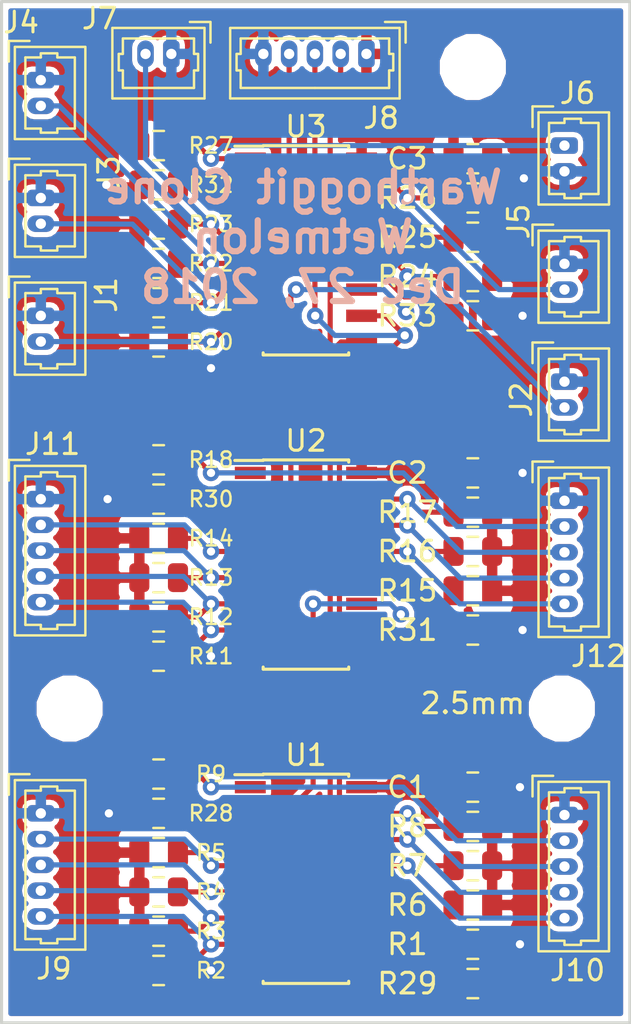
<source format=kicad_pcb>
(kicad_pcb (version 20171130) (host pcbnew "(5.0.2)-1")
  (layers (0 F.Cu signal) (31 B.Cu signal) (34 B.Paste user) (35 F.Paste user) (36 B.SilkS user) (37 F.SilkS user) (38 B.Mask user) (39 F.Mask user) (44 Edge.Cuts user))
  (net 0 "")
  (net 1 +5V)
  (net 2 GND)
  (net 3 /IN_17)
  (net 4 /IN_18)
  (net 5 /IN_19)
  (net 6 /IN_20)
  (net 7 /IN_21)
  (net 8 /IN_23)
  (net 9 /IN_24)
  (net 10 /SPI_MISO)
  (net 11 /SPI_CLK)
  (net 12 /SPI_CS)
  (net 13 /IN_1)
  (net 14 /IN_2)
  (net 15 /IN_3)
  (net 16 /IN_4)
  (net 17 /IN_8)
  (net 18 /IN_7)
  (net 19 /IN_6)
  (net 20 /IN_5)
  (net 21 /IN_9)
  (net 22 /IN_10)
  (net 23 /IN_11)
  (net 24 /IN_12)
  (net 25 /IN_16)
  (net 26 /IN_15)
  (net 27 /IN_14)
  (net 28 /IN_13)
  (net 29 /SER_1)
  (net 30 /SER_2)
  (net 31 /SER_3)
  (net 32 /IN_22)
  (net 33 "Net-(R28-Pad2)")
  (net 34 "Net-(R29-Pad2)")
  (net 35 "Net-(R30-Pad2)")
  (net 36 "Net-(R31-Pad2)")
  (net 37 "Net-(R32-Pad2)")
  (net 38 "Net-(R33-Pad2)")
  (module Wetmelon:Molex_PicoBlade_53047-0510_1x05_P1.25mm_Vertical (layer F.Cu) (at 102.235 58.42 270)
    (fp_text reference J11 (at -2.667 -0.5715) (layer F.SilkS))
    (fp_text value TMS)
    (pad 1 thru_hole roundrect (at 0 0 270) (size 0.8 1.3) (drill 0.5) (layers *.Cu *.Mask) (net 2 GND))
    (pad 2 thru_hole oval (at 1.25 0 270) (size 0.8 1.3) (drill 0.5) (layers *.Cu *.Mask) (net 24 /IN_12))
    (pad 3 thru_hole oval (at 2.5 0 270) (size 0.8 1.3) (drill 0.5) (layers *.Cu *.Mask) (net 23 /IN_11))
    (pad 4 thru_hole oval (at 3.75 0 270) (size 0.8 1.3) (drill 0.5) (layers *.Cu *.Mask) (net 22 /IN_10))
    (pad 5 thru_hole oval (at 5 0 270) (size 0.8 1.3) (drill 0.5) (layers *.Cu *.Mask) (net 21 /IN_9))
  )
  (module Wetmelon:Molex_PicoBlade_53047-0510_1x05_P1.25mm_Vertical (layer F.Cu) (at 127.635 58.5 270)
    (fp_text reference J12 (at 7.54 -1.651) (layer F.SilkS))
    (fp_text value HAT)
    (pad 1 thru_hole roundrect (at 0 0 270) (size 0.8 1.3) (drill 0.5) (layers *.Cu *.Mask) (net 2 GND))
    (pad 2 thru_hole oval (at 1.25 0 270) (size 0.8 1.3) (drill 0.5) (layers *.Cu *.Mask) (net 25 /IN_16))
    (pad 3 thru_hole oval (at 2.5 0 270) (size 0.8 1.3) (drill 0.5) (layers *.Cu *.Mask) (net 26 /IN_15))
    (pad 4 thru_hole oval (at 3.75 0 270) (size 0.8 1.3) (drill 0.5) (layers *.Cu *.Mask) (net 27 /IN_14))
    (pad 5 thru_hole oval (at 5 0 270) (size 0.8 1.3) (drill 0.5) (layers *.Cu *.Mask) (net 28 /IN_13))
  )
  (module Wetmelon:Molex_PicoBlade_53047-0510_1x05_P1.25mm_Vertical (layer F.Cu) (at 118.03 36.83 180)
    (fp_text reference J8 (at -0.715 -3.1115) (layer F.SilkS))
    (fp_text value BASE)
    (pad 1 thru_hole roundrect (at 0 0 180) (size 0.8 1.3) (drill 0.5) (layers *.Cu *.Mask) (net 1 +5V))
    (pad 2 thru_hole oval (at 1.25 0 180) (size 0.8 1.3) (drill 0.5) (layers *.Cu *.Mask) (net 12 /SPI_CS))
    (pad 3 thru_hole oval (at 2.5 0 180) (size 0.8 1.3) (drill 0.5) (layers *.Cu *.Mask) (net 11 /SPI_CLK))
    (pad 4 thru_hole oval (at 3.75 0 180) (size 0.8 1.3) (drill 0.5) (layers *.Cu *.Mask) (net 10 /SPI_MISO))
    (pad 5 thru_hole oval (at 5 0 180) (size 0.8 1.3) (drill 0.5) (layers *.Cu *.Mask) (net 2 GND))
  )
  (module Wetmelon:Molex_PicoBlade_53047-0510_1x05_P1.25mm_Vertical (layer F.Cu) (at 102.235 73.66 270)
    (fp_text reference J9 (at 7.54 -0.635) (layer F.SilkS))
    (fp_text value CMS)
    (pad 1 thru_hole roundrect (at 0 0 270) (size 0.8 1.3) (drill 0.5) (layers *.Cu *.Mask) (net 2 GND))
    (pad 2 thru_hole oval (at 1.25 0 270) (size 0.8 1.3) (drill 0.5) (layers *.Cu *.Mask) (net 16 /IN_4))
    (pad 3 thru_hole oval (at 2.5 0 270) (size 0.8 1.3) (drill 0.5) (layers *.Cu *.Mask) (net 15 /IN_3))
    (pad 4 thru_hole oval (at 3.75 0 270) (size 0.8 1.3) (drill 0.5) (layers *.Cu *.Mask) (net 14 /IN_2))
    (pad 5 thru_hole oval (at 5 0 270) (size 0.8 1.3) (drill 0.5) (layers *.Cu *.Mask) (net 13 /IN_1))
  )
  (module Wetmelon:Molex_PicoBlade_53047-0510_1x05_P1.25mm_Vertical (layer F.Cu) (at 127.635 73.74 270)
    (fp_text reference J10 (at 7.54 -0.635) (layer F.SilkS))
    (fp_text value DMS)
    (pad 1 thru_hole roundrect (at 0 0 270) (size 0.8 1.3) (drill 0.5) (layers *.Cu *.Mask) (net 2 GND))
    (pad 2 thru_hole oval (at 1.25 0 270) (size 0.8 1.3) (drill 0.5) (layers *.Cu *.Mask) (net 17 /IN_8))
    (pad 3 thru_hole oval (at 2.5 0 270) (size 0.8 1.3) (drill 0.5) (layers *.Cu *.Mask) (net 18 /IN_7))
    (pad 4 thru_hole oval (at 3.75 0 270) (size 0.8 1.3) (drill 0.5) (layers *.Cu *.Mask) (net 19 /IN_6))
    (pad 5 thru_hole oval (at 5 0 270) (size 0.8 1.3) (drill 0.5) (layers *.Cu *.Mask) (net 20 /IN_5))
  )
  (module Wetmelon:Molex_PicoBlade_53047-0210_1x02_P1.25mm_Vertical (layer F.Cu) (at 127.635 52.725 270)
    (fp_text reference J2 (at 0.869 2.0955 270) (layer F.SilkS))
    (fp_text value WEAPON_RELEASE)
    (pad 1 thru_hole roundrect (at 0 0 270) (size 0.8 1.3) (drill 0.5) (layers *.Cu *.Mask) (net 2 GND))
    (pad 2 thru_hole oval (at 1.25 0 270) (size 0.8 1.3) (drill 0.5) (layers *.Cu *.Mask) (net 7 /IN_21))
  )
  (module Wetmelon:Molex_PicoBlade_53047-0210_1x02_P1.25mm_Vertical (layer F.Cu) (at 102.235 49.53 270)
    (fp_text reference J1 (at -1.016 -3.175 270) (layer F.SilkS))
    (fp_text value TRIGGER_2)
    (pad 1 thru_hole roundrect (at 0 0 270) (size 0.8 1.3) (drill 0.5) (layers *.Cu *.Mask) (net 2 GND))
    (pad 2 thru_hole oval (at 1.25 0 270) (size 0.8 1.3) (drill 0.5) (layers *.Cu *.Mask) (net 3 /IN_17))
  )
  (module Wetmelon:Molex_PicoBlade_53047-0210_1x02_P1.25mm_Vertical (layer F.Cu) (at 102.235 43.815 270)
    (fp_text reference J3 (at -1.2065 -3.302 270) (layer F.SilkS))
    (fp_text value TOP_RIGHT_SIDE)
    (pad 1 thru_hole roundrect (at 0 0 270) (size 0.8 1.3) (drill 0.5) (layers *.Cu *.Mask) (net 2 GND))
    (pad 2 thru_hole oval (at 1.25 0 270) (size 0.8 1.3) (drill 0.5) (layers *.Cu *.Mask) (net 4 /IN_18))
  )
  (module Wetmelon:Molex_PicoBlade_53047-0210_1x02_P1.25mm_Vertical (layer F.Cu) (at 127.635 47.01 270)
    (fp_text reference J5 (at -2.052 2.2225 270) (layer F.SilkS))
    (fp_text value CMS_DOWN)
    (pad 1 thru_hole roundrect (at 0 0 270) (size 0.8 1.3) (drill 0.5) (layers *.Cu *.Mask) (net 2 GND))
    (pad 2 thru_hole oval (at 1.25 0 270) (size 0.8 1.3) (drill 0.5) (layers *.Cu *.Mask) (net 8 /IN_23))
  )
  (module Wetmelon:Molex_PicoBlade_53047-0210_1x02_P1.25mm_Vertical (layer F.Cu) (at 127.635 41.275 270)
    (fp_text reference J6 (at -2.54 -0.635) (layer F.SilkS))
    (fp_text value TRIGGER_1)
    (pad 1 thru_hole roundrect (at 0 0 270) (size 0.8 1.3) (drill 0.5) (layers *.Cu *.Mask) (net 9 /IN_24))
    (pad 2 thru_hole oval (at 1.25 0 270) (size 0.8 1.3) (drill 0.5) (layers *.Cu *.Mask) (net 2 GND))
  )
  (module Wetmelon:Molex_PicoBlade_53047-0210_1x02_P1.25mm_Vertical (layer F.Cu) (at 102.235 38.1 270)
    (fp_text reference J4 (at -2.794 0.9525) (layer F.SilkS))
    (fp_text value PINKY_LEVER)
    (pad 1 thru_hole roundrect (at 0 0 270) (size 0.8 1.3) (drill 0.5) (layers *.Cu *.Mask) (net 2 GND))
    (pad 2 thru_hole oval (at 1.25 0 270) (size 0.8 1.3) (drill 0.5) (layers *.Cu *.Mask) (net 5 /IN_19))
  )
  (module Wetmelon:Molex_PicoBlade_53047-0210_1x02_P1.25mm_Vertical (layer F.Cu) (at 108.565 36.83 180)
    (fp_text reference J7 (at 3.4725 1.7145 180) (layer F.SilkS))
    (fp_text value PINKY_BUTTON)
    (pad 1 thru_hole roundrect (at 0 0 180) (size 0.8 1.3) (drill 0.5) (layers *.Cu *.Mask) (net 2 GND))
    (pad 2 thru_hole oval (at 1.25 0 180) (size 0.8 1.3) (drill 0.5) (layers *.Cu *.Mask) (net 6 /IN_20))
  )
  (module MountingHole:MountingHole_2.7mm_M2.5 (layer F.Cu) (at 127.508 68.58)
    (fp_text reference H3 hide)
    (fp_text value MountingHole)
    (pad 1 np_thru_hole circle (at 0 0) (size 2.7 2.7) (drill 2.7) (layers *.Cu *.Mask))
  )
  (module MountingHole:MountingHole_2.7mm_M2.5 (layer F.Cu) (at 103.632 68.58)
    (fp_text reference H2 hide)
    (fp_text value MountingHole hide)
    (pad 1 np_thru_hole circle (at 0 0) (size 2.7 2.7) (drill 2.7) (layers *.Cu *.Mask))
  )
  (module MountingHole:MountingHole_2.7mm_M2.5 (layer F.Cu) (at 123.19 37.465)
    (fp_text reference H1 hide)
    (fp_text value MountingHole)
    (pad 1 np_thru_hole circle (at 0 0) (size 2.7 2.7) (drill 2.7) (layers *.Cu *.Mask))
  )
  (module Capacitor_SMD:C_0805_2012Metric (layer F.Cu) (at 123.19 72.39)
    (fp_text reference C1 (at -3.175 0) (layer F.SilkS))
    (fp_text value 100nF)
    (pad 1 smd roundrect (at -0.9375 0) (size 0.975 1.4) (layers F.Cu F.Paste F.Mask) (net 1 +5V))
    (pad 2 smd roundrect (at 0.9375 0) (size 0.975 1.4) (layers F.Cu F.Paste F.Mask) (net 2 GND))
  )
  (module Capacitor_SMD:C_0805_2012Metric (layer F.Cu) (at 123.19 57.15)
    (fp_text reference C2 (at -3.175 0) (layer F.SilkS))
    (fp_text value 100nF)
    (pad 1 smd roundrect (at -0.9375 0) (size 0.975 1.4) (layers F.Cu F.Paste F.Mask) (net 1 +5V))
    (pad 2 smd roundrect (at 0.9375 0) (size 0.975 1.4) (layers F.Cu F.Paste F.Mask) (net 2 GND))
  )
  (module Capacitor_SMD:C_0805_2012Metric (layer F.Cu) (at 123.19 41.91)
    (fp_text reference C3 (at -3.175 0) (layer F.SilkS))
    (fp_text value 100nF)
    (pad 2 smd roundrect (at 0.9375 0) (size 0.975 1.4) (layers F.Cu F.Paste F.Mask) (net 2 GND))
    (pad 1 smd roundrect (at -0.9375 0) (size 0.975 1.4) (layers F.Cu F.Paste F.Mask) (net 1 +5V))
  )
  (module Resistor_SMD:R_0805_2012Metric (layer F.Cu) (at 123.19 81.915)
    (fp_text reference R1 (at -3.175 -1.905) (layer F.SilkS))
    (fp_text value 10k)
    (pad 1 smd roundrect (at -0.9375 0) (size 0.975 1.4) (layers F.Cu F.Paste F.Mask) (net 29 /SER_1))
    (pad 2 smd roundrect (at 0.9375 0) (size 0.975 1.4) (layers F.Cu F.Paste F.Mask) (net 1 +5V))
  )
  (module Resistor_SMD:R_0805_2012Metric (layer F.Cu) (at 107.95 81.28 180)
    (fp_text reference R2 (at -2.54 0 180) (layer F.SilkS) (effects (font (size 0.75 0.75) (thickness 0.12))))
    (fp_text value 10k)
    (pad 1 smd roundrect (at -0.9375 0 180) (size 0.975 1.4) (layers F.Cu F.Paste F.Mask) (net 13 /IN_1))
    (pad 2 smd roundrect (at 0.9375 0 180) (size 0.975 1.4) (layers F.Cu F.Paste F.Mask) (net 1 +5V))
  )
  (module Resistor_SMD:R_0805_2012Metric (layer F.Cu) (at 107.95 79.375 180)
    (fp_text reference R3 (at -2.54 0 180) (layer F.SilkS) (effects (font (size 0.75 0.75) (thickness 0.12))))
    (fp_text value 10k)
    (pad 2 smd roundrect (at 0.9375 0 180) (size 0.975 1.4) (layers F.Cu F.Paste F.Mask) (net 1 +5V))
    (pad 1 smd roundrect (at -0.9375 0 180) (size 0.975 1.4) (layers F.Cu F.Paste F.Mask) (net 14 /IN_2))
  )
  (module Resistor_SMD:R_0805_2012Metric (layer F.Cu) (at 107.95 77.47 180)
    (fp_text reference R4 (at -2.54 0 180) (layer F.SilkS) (effects (font (size 0.75 0.75) (thickness 0.12))))
    (fp_text value 10k)
    (pad 1 smd roundrect (at -0.9375 0 180) (size 0.975 1.4) (layers F.Cu F.Paste F.Mask) (net 15 /IN_3))
    (pad 2 smd roundrect (at 0.9375 0 180) (size 0.975 1.4) (layers F.Cu F.Paste F.Mask) (net 1 +5V))
  )
  (module Resistor_SMD:R_0805_2012Metric (layer F.Cu) (at 107.95 75.565 180)
    (fp_text reference R5 (at -2.54 0 180) (layer F.SilkS) (effects (font (size 0.75 0.75) (thickness 0.12))))
    (fp_text value 10k)
    (pad 2 smd roundrect (at 0.9375 0 180) (size 0.975 1.4) (layers F.Cu F.Paste F.Mask) (net 1 +5V))
    (pad 1 smd roundrect (at -0.9375 0 180) (size 0.975 1.4) (layers F.Cu F.Paste F.Mask) (net 16 /IN_4))
  )
  (module Resistor_SMD:R_0805_2012Metric (layer F.Cu) (at 123.19 78.105)
    (fp_text reference R6 (at -3.175 0) (layer F.SilkS))
    (fp_text value 10k)
    (pad 1 smd roundrect (at -0.9375 0) (size 0.975 1.4) (layers F.Cu F.Paste F.Mask) (net 20 /IN_5))
    (pad 2 smd roundrect (at 0.9375 0) (size 0.975 1.4) (layers F.Cu F.Paste F.Mask) (net 1 +5V))
  )
  (module Resistor_SMD:R_0805_2012Metric (layer F.Cu) (at 123.19 76.2)
    (fp_text reference R7 (at -3.175 0) (layer F.SilkS))
    (fp_text value 10k)
    (pad 2 smd roundrect (at 0.9375 0) (size 0.975 1.4) (layers F.Cu F.Paste F.Mask) (net 1 +5V))
    (pad 1 smd roundrect (at -0.9375 0) (size 0.975 1.4) (layers F.Cu F.Paste F.Mask) (net 19 /IN_6))
  )
  (module Resistor_SMD:R_0805_2012Metric (layer F.Cu) (at 123.19 74.295)
    (fp_text reference R8 (at -3.175 0) (layer F.SilkS))
    (fp_text value 10k)
    (pad 1 smd roundrect (at -0.9375 0) (size 0.975 1.4) (layers F.Cu F.Paste F.Mask) (net 18 /IN_7))
    (pad 2 smd roundrect (at 0.9375 0) (size 0.975 1.4) (layers F.Cu F.Paste F.Mask) (net 1 +5V))
  )
  (module Resistor_SMD:R_0805_2012Metric (layer F.Cu) (at 107.95 71.755 180)
    (fp_text reference R9 (at -2.54 0 180) (layer F.SilkS) (effects (font (size 0.75 0.75) (thickness 0.12))))
    (fp_text value 10k)
    (pad 2 smd roundrect (at 0.9375 0 180) (size 0.975 1.4) (layers F.Cu F.Paste F.Mask) (net 1 +5V))
    (pad 1 smd roundrect (at -0.9375 0 180) (size 0.975 1.4) (layers F.Cu F.Paste F.Mask) (net 17 /IN_8))
  )
  (module Resistor_SMD:R_0805_2012Metric (layer F.Cu) (at 107.95 66.04 180)
    (fp_text reference R11 (at -2.54 0 180) (layer F.SilkS) (effects (font (size 0.75 0.75) (thickness 0.12))))
    (fp_text value 10k)
    (pad 2 smd roundrect (at 0.9375 0 180) (size 0.975 1.4) (layers F.Cu F.Paste F.Mask) (net 1 +5V))
    (pad 1 smd roundrect (at -0.9375 0 180) (size 0.975 1.4) (layers F.Cu F.Paste F.Mask) (net 21 /IN_9))
  )
  (module Resistor_SMD:R_0805_2012Metric (layer F.Cu) (at 107.95 64.135 180)
    (fp_text reference R12 (at -2.54 0 180) (layer F.SilkS) (effects (font (size 0.75 0.75) (thickness 0.12))))
    (fp_text value 10k)
    (pad 1 smd roundrect (at -0.9375 0 180) (size 0.975 1.4) (layers F.Cu F.Paste F.Mask) (net 22 /IN_10))
    (pad 2 smd roundrect (at 0.9375 0 180) (size 0.975 1.4) (layers F.Cu F.Paste F.Mask) (net 1 +5V))
  )
  (module Resistor_SMD:R_0805_2012Metric (layer F.Cu) (at 107.95 62.23 180)
    (fp_text reference R13 (at -2.54 0 180) (layer F.SilkS) (effects (font (size 0.75 0.75) (thickness 0.12))))
    (fp_text value 10k)
    (pad 2 smd roundrect (at 0.9375 0 180) (size 0.975 1.4) (layers F.Cu F.Paste F.Mask) (net 1 +5V))
    (pad 1 smd roundrect (at -0.9375 0 180) (size 0.975 1.4) (layers F.Cu F.Paste F.Mask) (net 23 /IN_11))
  )
  (module Resistor_SMD:R_0805_2012Metric (layer F.Cu) (at 107.95 60.325 180)
    (fp_text reference R14 (at -2.54 0 180) (layer F.SilkS) (effects (font (size 0.75 0.75) (thickness 0.12))))
    (fp_text value 10k)
    (pad 2 smd roundrect (at 0.9375 0 180) (size 0.975 1.4) (layers F.Cu F.Paste F.Mask) (net 1 +5V))
    (pad 1 smd roundrect (at -0.9375 0 180) (size 0.975 1.4) (layers F.Cu F.Paste F.Mask) (net 24 /IN_12))
  )
  (module Resistor_SMD:R_0805_2012Metric (layer F.Cu) (at 123.19 62.865)
    (fp_text reference R15 (at -3.175 0) (layer F.SilkS))
    (fp_text value 10k)
    (pad 2 smd roundrect (at 0.9375 0) (size 0.975 1.4) (layers F.Cu F.Paste F.Mask) (net 1 +5V))
    (pad 1 smd roundrect (at -0.9375 0) (size 0.975 1.4) (layers F.Cu F.Paste F.Mask) (net 28 /IN_13))
  )
  (module Resistor_SMD:R_0805_2012Metric (layer F.Cu) (at 123.19 60.96)
    (fp_text reference R16 (at -3.175 0) (layer F.SilkS))
    (fp_text value 10k)
    (pad 1 smd roundrect (at -0.9375 0) (size 0.975 1.4) (layers F.Cu F.Paste F.Mask) (net 27 /IN_14))
    (pad 2 smd roundrect (at 0.9375 0) (size 0.975 1.4) (layers F.Cu F.Paste F.Mask) (net 1 +5V))
  )
  (module Resistor_SMD:R_0805_2012Metric (layer F.Cu) (at 123.19 59.055)
    (fp_text reference R17 (at -3.175 0) (layer F.SilkS))
    (fp_text value 10k)
    (pad 2 smd roundrect (at 0.9375 0) (size 0.975 1.4) (layers F.Cu F.Paste F.Mask) (net 1 +5V))
    (pad 1 smd roundrect (at -0.9375 0) (size 0.975 1.4) (layers F.Cu F.Paste F.Mask) (net 26 /IN_15))
  )
  (module Resistor_SMD:R_0805_2012Metric (layer F.Cu) (at 107.95 56.515 180)
    (fp_text reference R18 (at -2.54 0 180) (layer F.SilkS) (effects (font (size 0.75 0.75) (thickness 0.12))))
    (fp_text value 10k)
    (pad 2 smd roundrect (at 0.9375 0 180) (size 0.975 1.4) (layers F.Cu F.Paste F.Mask) (net 1 +5V))
    (pad 1 smd roundrect (at -0.9375 0 180) (size 0.975 1.4) (layers F.Cu F.Paste F.Mask) (net 25 /IN_16))
  )
  (module Resistor_SMD:R_0805_2012Metric (layer F.Cu) (at 107.95 50.8 180)
    (fp_text reference R20 (at -2.54 0 180) (layer F.SilkS) (effects (font (size 0.75 0.75) (thickness 0.12))))
    (fp_text value 10k)
    (pad 1 smd roundrect (at -0.9375 0 180) (size 0.975 1.4) (layers F.Cu F.Paste F.Mask) (net 3 /IN_17))
    (pad 2 smd roundrect (at 0.9375 0 180) (size 0.975 1.4) (layers F.Cu F.Paste F.Mask) (net 1 +5V))
  )
  (module Resistor_SMD:R_0805_2012Metric (layer F.Cu) (at 107.95 48.895 180)
    (fp_text reference R21 (at -2.54 0 180) (layer F.SilkS) (effects (font (size 0.75 0.75) (thickness 0.12))))
    (fp_text value 10k)
    (pad 2 smd roundrect (at 0.9375 0 180) (size 0.975 1.4) (layers F.Cu F.Paste F.Mask) (net 1 +5V))
    (pad 1 smd roundrect (at -0.9375 0 180) (size 0.975 1.4) (layers F.Cu F.Paste F.Mask) (net 4 /IN_18))
  )
  (module Resistor_SMD:R_0805_2012Metric (layer F.Cu) (at 107.95 46.99 180)
    (fp_text reference R22 (at -2.54 0 180) (layer F.SilkS) (effects (font (size 0.75 0.75) (thickness 0.12))))
    (fp_text value 10k)
    (pad 1 smd roundrect (at -0.9375 0 180) (size 0.975 1.4) (layers F.Cu F.Paste F.Mask) (net 5 /IN_19))
    (pad 2 smd roundrect (at 0.9375 0 180) (size 0.975 1.4) (layers F.Cu F.Paste F.Mask) (net 1 +5V))
  )
  (module Resistor_SMD:R_0805_2012Metric (layer F.Cu) (at 107.95 45.085 180)
    (fp_text reference R23 (at -2.54 0 180) (layer F.SilkS) (effects (font (size 0.75 0.75) (thickness 0.12))))
    (fp_text value 10k)
    (pad 1 smd roundrect (at -0.9375 0 180) (size 0.975 1.4) (layers F.Cu F.Paste F.Mask) (net 6 /IN_20))
    (pad 2 smd roundrect (at 0.9375 0 180) (size 0.975 1.4) (layers F.Cu F.Paste F.Mask) (net 1 +5V))
  )
  (module Resistor_SMD:R_0805_2012Metric (layer F.Cu) (at 123.19 47.625)
    (fp_text reference R24 (at -3.175 0) (layer F.SilkS))
    (fp_text value 10k)
    (pad 1 smd roundrect (at -0.9375 0) (size 0.975 1.4) (layers F.Cu F.Paste F.Mask) (net 7 /IN_21))
    (pad 2 smd roundrect (at 0.9375 0) (size 0.975 1.4) (layers F.Cu F.Paste F.Mask) (net 1 +5V))
  )
  (module Resistor_SMD:R_0805_2012Metric (layer F.Cu) (at 123.19 45.72)
    (fp_text reference R25 (at -3.175 0) (layer F.SilkS))
    (fp_text value 10k)
    (pad 2 smd roundrect (at 0.9375 0) (size 0.975 1.4) (layers F.Cu F.Paste F.Mask) (net 1 +5V))
    (pad 1 smd roundrect (at -0.9375 0) (size 0.975 1.4) (layers F.Cu F.Paste F.Mask) (net 32 /IN_22))
  )
  (module Resistor_SMD:R_0805_2012Metric (layer F.Cu) (at 123.19 43.815)
    (fp_text reference R26 (at -3.175 0) (layer F.SilkS))
    (fp_text value 10k)
    (pad 1 smd roundrect (at -0.9375 0) (size 0.975 1.4) (layers F.Cu F.Paste F.Mask) (net 8 /IN_23))
    (pad 2 smd roundrect (at 0.9375 0) (size 0.975 1.4) (layers F.Cu F.Paste F.Mask) (net 1 +5V))
  )
  (module Resistor_SMD:R_0805_2012Metric (layer F.Cu) (at 107.95 41.275 180)
    (fp_text reference R27 (at -2.54 0 180) (layer F.SilkS) (effects (font (size 0.75 0.75) (thickness 0.12))))
    (fp_text value 10k)
    (pad 1 smd roundrect (at -0.9375 0 180) (size 0.975 1.4) (layers F.Cu F.Paste F.Mask) (net 9 /IN_24))
    (pad 2 smd roundrect (at 0.9375 0 180) (size 0.975 1.4) (layers F.Cu F.Paste F.Mask) (net 1 +5V))
  )
  (module Resistor_SMD:R_0805_2012Metric (layer F.Cu) (at 107.95 73.66)
    (fp_text reference R28 (at 2.54 0) (layer F.SilkS) (effects (font (size 0.75 0.75) (thickness 0.12))))
    (fp_text value 10k)
    (pad 2 smd roundrect (at 0.9375 0) (size 0.975 1.4) (layers F.Cu F.Paste F.Mask) (net 33 "Net-(R28-Pad2)"))
    (pad 1 smd roundrect (at -0.9375 0) (size 0.975 1.4) (layers F.Cu F.Paste F.Mask) (net 2 GND))
  )
  (module Resistor_SMD:R_0805_2012Metric (layer F.Cu) (at 123.19 80.01 180)
    (fp_text reference R29 (at 3.175 -1.905 180) (layer F.SilkS))
    (fp_text value 10k)
    (pad 2 smd roundrect (at 0.9375 0 180) (size 0.975 1.4) (layers F.Cu F.Paste F.Mask) (net 34 "Net-(R29-Pad2)"))
    (pad 1 smd roundrect (at -0.9375 0 180) (size 0.975 1.4) (layers F.Cu F.Paste F.Mask) (net 2 GND))
  )
  (module Resistor_SMD:R_0805_2012Metric (layer F.Cu) (at 107.95 58.42)
    (fp_text reference R30 (at 2.54 0) (layer F.SilkS) (effects (font (size 0.75 0.75) (thickness 0.12))))
    (fp_text value 10k)
    (pad 2 smd roundrect (at 0.9375 0) (size 0.975 1.4) (layers F.Cu F.Paste F.Mask) (net 35 "Net-(R30-Pad2)"))
    (pad 1 smd roundrect (at -0.9375 0) (size 0.975 1.4) (layers F.Cu F.Paste F.Mask) (net 2 GND))
  )
  (module Resistor_SMD:R_0805_2012Metric (layer F.Cu) (at 123.19 64.77 180)
    (fp_text reference R31 (at 3.175 0 180) (layer F.SilkS))
    (fp_text value 10k)
    (pad 1 smd roundrect (at -0.9375 0 180) (size 0.975 1.4) (layers F.Cu F.Paste F.Mask) (net 2 GND))
    (pad 2 smd roundrect (at 0.9375 0 180) (size 0.975 1.4) (layers F.Cu F.Paste F.Mask) (net 36 "Net-(R31-Pad2)"))
  )
  (module Resistor_SMD:R_0805_2012Metric (layer F.Cu) (at 107.95 43.18)
    (fp_text reference R32 (at 2.54 0) (layer F.SilkS) (effects (font (size 0.75 0.75) (thickness 0.12))))
    (fp_text value 10k)
    (pad 2 smd roundrect (at 0.9375 0) (size 0.975 1.4) (layers F.Cu F.Paste F.Mask) (net 37 "Net-(R32-Pad2)"))
    (pad 1 smd roundrect (at -0.9375 0) (size 0.975 1.4) (layers F.Cu F.Paste F.Mask) (net 2 GND))
  )
  (module Resistor_SMD:R_0805_2012Metric (layer F.Cu) (at 123.19 49.53 180)
    (fp_text reference R33 (at 3.175 0 180) (layer F.SilkS))
    (fp_text value 10k)
    (pad 1 smd roundrect (at -0.9375 0 180) (size 0.975 1.4) (layers F.Cu F.Paste F.Mask) (net 2 GND))
    (pad 2 smd roundrect (at 0.9375 0 180) (size 0.975 1.4) (layers F.Cu F.Paste F.Mask) (net 38 "Net-(R33-Pad2)"))
  )
  (module Package_SO:SOIC-16_3.9x9.9mm_P1.27mm (layer F.Cu) (at 115.095 76.835)
    (fp_text reference U1 (at 0 -6) (layer F.SilkS))
    (fp_text value HCF4021)
    (pad 16 smd rect (at 2.7 -4.445) (size 1.5 0.6) (layers F.Cu F.Paste F.Mask) (net 1 +5V))
    (pad 15 smd rect (at 2.7 -3.175) (size 1.5 0.6) (layers F.Cu F.Paste F.Mask) (net 18 /IN_7))
    (pad 14 smd rect (at 2.7 -1.905) (size 1.5 0.6) (layers F.Cu F.Paste F.Mask) (net 19 /IN_6))
    (pad 13 smd rect (at 2.7 -0.635) (size 1.5 0.6) (layers F.Cu F.Paste F.Mask) (net 20 /IN_5))
    (pad 12 smd rect (at 2.7 0.635) (size 1.5 0.6) (layers F.Cu F.Paste F.Mask) (net 34 "Net-(R29-Pad2)"))
    (pad 11 smd rect (at 2.7 1.905) (size 1.5 0.6) (layers F.Cu F.Paste F.Mask) (net 29 /SER_1))
    (pad 10 smd rect (at 2.7 3.175) (size 1.5 0.6) (layers F.Cu F.Paste F.Mask) (net 11 /SPI_CLK))
    (pad 9 smd rect (at 2.7 4.445) (size 1.5 0.6) (layers F.Cu F.Paste F.Mask) (net 12 /SPI_CS))
    (pad 8 smd rect (at -2.7 4.445) (size 1.5 0.6) (layers F.Cu F.Paste F.Mask) (net 2 GND))
    (pad 7 smd rect (at -2.7 3.175) (size 1.5 0.6) (layers F.Cu F.Paste F.Mask) (net 13 /IN_1))
    (pad 6 smd rect (at -2.7 1.905) (size 1.5 0.6) (layers F.Cu F.Paste F.Mask) (net 14 /IN_2))
    (pad 5 smd rect (at -2.7 0.635) (size 1.5 0.6) (layers F.Cu F.Paste F.Mask) (net 15 /IN_3))
    (pad 4 smd rect (at -2.7 -0.635) (size 1.5 0.6) (layers F.Cu F.Paste F.Mask) (net 16 /IN_4))
    (pad 3 smd rect (at -2.7 -1.905) (size 1.5 0.6) (layers F.Cu F.Paste F.Mask) (net 30 /SER_2))
    (pad 2 smd rect (at -2.7 -3.175) (size 1.5 0.6) (layers F.Cu F.Paste F.Mask) (net 33 "Net-(R28-Pad2)"))
    (pad 1 smd rect (at -2.7 -4.445) (size 1.5 0.6) (layers F.Cu F.Paste F.Mask) (net 17 /IN_8))
  )
  (module Package_SO:SOIC-16_3.9x9.9mm_P1.27mm (layer F.Cu) (at 115.095 61.595)
    (fp_text reference U2 (at 0 -6) (layer F.SilkS))
    (fp_text value HCF4021)
    (pad 1 smd rect (at -2.7 -4.445) (size 1.5 0.6) (layers F.Cu F.Paste F.Mask) (net 25 /IN_16))
    (pad 2 smd rect (at -2.7 -3.175) (size 1.5 0.6) (layers F.Cu F.Paste F.Mask) (net 35 "Net-(R30-Pad2)"))
    (pad 3 smd rect (at -2.7 -1.905) (size 1.5 0.6) (layers F.Cu F.Paste F.Mask) (net 31 /SER_3))
    (pad 4 smd rect (at -2.7 -0.635) (size 1.5 0.6) (layers F.Cu F.Paste F.Mask) (net 24 /IN_12))
    (pad 5 smd rect (at -2.7 0.635) (size 1.5 0.6) (layers F.Cu F.Paste F.Mask) (net 23 /IN_11))
    (pad 6 smd rect (at -2.7 1.905) (size 1.5 0.6) (layers F.Cu F.Paste F.Mask) (net 22 /IN_10))
    (pad 7 smd rect (at -2.7 3.175) (size 1.5 0.6) (layers F.Cu F.Paste F.Mask) (net 21 /IN_9))
    (pad 8 smd rect (at -2.7 4.445) (size 1.5 0.6) (layers F.Cu F.Paste F.Mask) (net 2 GND))
    (pad 9 smd rect (at 2.7 4.445) (size 1.5 0.6) (layers F.Cu F.Paste F.Mask) (net 12 /SPI_CS))
    (pad 10 smd rect (at 2.7 3.175) (size 1.5 0.6) (layers F.Cu F.Paste F.Mask) (net 11 /SPI_CLK))
    (pad 11 smd rect (at 2.7 1.905) (size 1.5 0.6) (layers F.Cu F.Paste F.Mask) (net 30 /SER_2))
    (pad 12 smd rect (at 2.7 0.635) (size 1.5 0.6) (layers F.Cu F.Paste F.Mask) (net 36 "Net-(R31-Pad2)"))
    (pad 13 smd rect (at 2.7 -0.635) (size 1.5 0.6) (layers F.Cu F.Paste F.Mask) (net 28 /IN_13))
    (pad 14 smd rect (at 2.7 -1.905) (size 1.5 0.6) (layers F.Cu F.Paste F.Mask) (net 27 /IN_14))
    (pad 15 smd rect (at 2.7 -3.175) (size 1.5 0.6) (layers F.Cu F.Paste F.Mask) (net 26 /IN_15))
    (pad 16 smd rect (at 2.7 -4.445) (size 1.5 0.6) (layers F.Cu F.Paste F.Mask) (net 1 +5V))
  )
  (module Package_SO:SOIC-16_3.9x9.9mm_P1.27mm (layer F.Cu) (at 115.095 46.355)
    (fp_text reference U3 (at 0 -6) (layer F.SilkS))
    (fp_text value HCF4021)
    (pad 1 smd rect (at -2.7 -4.445) (size 1.5 0.6) (layers F.Cu F.Paste F.Mask) (net 9 /IN_24))
    (pad 2 smd rect (at -2.7 -3.175) (size 1.5 0.6) (layers F.Cu F.Paste F.Mask) (net 37 "Net-(R32-Pad2)"))
    (pad 3 smd rect (at -2.7 -1.905) (size 1.5 0.6) (layers F.Cu F.Paste F.Mask) (net 10 /SPI_MISO))
    (pad 4 smd rect (at -2.7 -0.635) (size 1.5 0.6) (layers F.Cu F.Paste F.Mask) (net 6 /IN_20))
    (pad 5 smd rect (at -2.7 0.635) (size 1.5 0.6) (layers F.Cu F.Paste F.Mask) (net 5 /IN_19))
    (pad 6 smd rect (at -2.7 1.905) (size 1.5 0.6) (layers F.Cu F.Paste F.Mask) (net 4 /IN_18))
    (pad 7 smd rect (at -2.7 3.175) (size 1.5 0.6) (layers F.Cu F.Paste F.Mask) (net 3 /IN_17))
    (pad 8 smd rect (at -2.7 4.445) (size 1.5 0.6) (layers F.Cu F.Paste F.Mask) (net 2 GND))
    (pad 9 smd rect (at 2.7 4.445) (size 1.5 0.6) (layers F.Cu F.Paste F.Mask) (net 12 /SPI_CS))
    (pad 10 smd rect (at 2.7 3.175) (size 1.5 0.6) (layers F.Cu F.Paste F.Mask) (net 11 /SPI_CLK))
    (pad 11 smd rect (at 2.7 1.905) (size 1.5 0.6) (layers F.Cu F.Paste F.Mask) (net 31 /SER_3))
    (pad 12 smd rect (at 2.7 0.635) (size 1.5 0.6) (layers F.Cu F.Paste F.Mask) (net 38 "Net-(R33-Pad2)"))
    (pad 13 smd rect (at 2.7 -0.635) (size 1.5 0.6) (layers F.Cu F.Paste F.Mask) (net 7 /IN_21))
    (pad 14 smd rect (at 2.7 -1.905) (size 1.5 0.6) (layers F.Cu F.Paste F.Mask) (net 32 /IN_22))
    (pad 15 smd rect (at 2.7 -3.175) (size 1.5 0.6) (layers F.Cu F.Paste F.Mask) (net 8 /IN_23))
    (pad 16 smd rect (at 2.7 -4.445) (size 1.5 0.6) (layers F.Cu F.Paste F.Mask) (net 1 +5V))
  )
  (gr_line (start 100.33 83.82) (end 100.33 34.29) (layer Edge.Cuts) (width 0.15))
  (gr_line (start 130.81 83.82) (end 100.33 83.82) (layer Edge.Cuts) (width 0.15))
  (gr_line (start 130.81 34.29) (end 130.81 83.82) (layer Edge.Cuts) (width 0.15))
  (gr_line (start 100.33 34.29) (end 130.81 34.29) (layer Edge.Cuts) (width 0.15))
  (gr_text 2.5mm (at 123.19 68.326) (layer F.SilkS) (effects (font (size 1 1))))
  (gr_text "Warthoggit Clone\nWetmelon\nDec 27, 2018" (at 114.935 45.72) (layer B.SilkS) (effects (font (size 1.5 1.5) (thickness 0.3)) (justify mirror)))
  (via (at 110.49 81.28) (size 0.8) (drill 0.4) (layers F.Cu B.Cu) (net 2))
  (segment (start 112.395 81.28) (end 110.49 81.28) (width 0.25) (layer F.Cu) (net 2))
  (via (at 110.49 66.04) (size 0.8) (drill 0.4) (layers F.Cu B.Cu) (net 2))
  (segment (start 112.395 66.04) (end 110.49 66.04) (width 0.25) (layer F.Cu) (net 2))
  (via (at 125.603 64.77) (size 0.8) (drill 0.4) (layers F.Cu B.Cu) (net 2))
  (segment (start 124.1275 64.77) (end 125.603 64.77) (width 0.25) (layer F.Cu) (net 2))
  (via (at 125.603 57.15) (size 0.8) (drill 0.4) (layers F.Cu B.Cu) (net 2))
  (segment (start 124.1275 57.15) (end 125.603 57.15) (width 0.25) (layer F.Cu) (net 2))
  (via (at 125.476 72.39) (size 0.8) (drill 0.4) (layers F.Cu B.Cu) (net 2))
  (segment (start 124.1275 72.39) (end 125.476 72.39) (width 0.25) (layer F.Cu) (net 2))
  (via (at 125.476 80.01) (size 0.8) (drill 0.4) (layers F.Cu B.Cu) (net 2))
  (segment (start 124.1275 80.01) (end 125.476 80.01) (width 0.25) (layer F.Cu) (net 2))
  (via (at 125.603 49.53) (size 0.8) (drill 0.4) (layers F.Cu B.Cu) (net 2))
  (segment (start 124.1275 49.53) (end 125.603 49.53) (width 0.25) (layer F.Cu) (net 2))
  (via (at 110.49 52.07) (size 0.8) (drill 0.4) (layers F.Cu B.Cu) (net 2))
  (segment (start 112.395 50.8) (end 111.76 50.8) (width 0.25) (layer F.Cu) (net 2))
  (segment (start 111.76 50.8) (end 110.49 52.07) (width 0.25) (layer F.Cu) (net 2))
  (via (at 125.6665 42.8625) (size 0.8) (drill 0.4) (layers F.Cu B.Cu) (net 2))
  (segment (start 124.1275 41.91) (end 124.714 41.91) (width 0.25) (layer F.Cu) (net 2))
  (segment (start 124.714 41.91) (end 125.6665 42.8625) (width 0.25) (layer F.Cu) (net 2))
  (via (at 105.41 43.18) (size 0.8) (drill 0.4) (layers F.Cu B.Cu) (net 2))
  (segment (start 107.0125 43.18) (end 105.41 43.18) (width 0.25) (layer F.Cu) (net 2))
  (via (at 105.4735 58.42) (size 0.8) (drill 0.4) (layers F.Cu B.Cu) (net 2))
  (segment (start 107.0125 58.42) (end 105.4735 58.42) (width 0.25) (layer F.Cu) (net 2))
  (via (at 105.537 73.66) (size 0.8) (drill 0.4) (layers F.Cu B.Cu) (net 2))
  (segment (start 107.0125 73.66) (end 105.537 73.66) (width 0.25) (layer F.Cu) (net 2))
  (via (at 110.49 50.8) (size 0.8) (drill 0.4) (layers F.Cu B.Cu) (net 3))
  (segment (start 110.49 50.8) (end 108.8875 50.8) (width 0.25) (layer F.Cu) (net 3))
  (segment (start 111.76 49.53) (end 110.49 50.8) (width 0.25) (layer F.Cu) (net 3))
  (segment (start 112.395 49.53) (end 111.76 49.53) (width 0.25) (layer F.Cu) (net 3))
  (segment (start 110.47 50.78) (end 110.49 50.8) (width 0.25) (layer B.Cu) (net 3))
  (segment (start 102.235 50.78) (end 110.47 50.78) (width 0.25) (layer B.Cu) (net 3))
  (via (at 110.49 48.895) (size 0.8) (drill 0.4) (layers F.Cu B.Cu) (net 4))
  (segment (start 110.49 48.895) (end 108.8875 48.895) (width 0.25) (layer F.Cu) (net 4))
  (segment (start 111.125 48.26) (end 110.49 48.895) (width 0.25) (layer F.Cu) (net 4))
  (segment (start 112.395 48.26) (end 111.125 48.26) (width 0.25) (layer F.Cu) (net 4))
  (segment (start 106.68 45.085) (end 110.49 48.895) (width 0.25) (layer B.Cu) (net 4))
  (segment (start 102.235 45.065) (end 106.68 45.085) (width 0.25) (layer B.Cu) (net 4))
  (segment (start 110.49 46.99) (end 108.8875 46.99) (width 0.25) (layer F.Cu) (net 5))
  (segment (start 112.395 46.99) (end 110.49 46.99) (width 0.25) (layer F.Cu) (net 5))
  (via (at 110.49 46.99) (size 0.8) (drill 0.4) (layers F.Cu B.Cu) (net 5))
  (segment (start 110.49 46.705) (end 110.49 46.99) (width 0.25) (layer B.Cu) (net 5))
  (segment (start 102.235 39.35) (end 103.135 39.35) (width 0.25) (layer B.Cu) (net 5))
  (segment (start 103.135 39.35) (end 110.49 46.705) (width 0.25) (layer B.Cu) (net 5))
  (via (at 110.49 45.085) (size 0.8) (drill 0.4) (layers F.Cu B.Cu) (net 6))
  (segment (start 110.49 45.085) (end 108.8875 45.085) (width 0.25) (layer F.Cu) (net 6))
  (segment (start 111.125 45.72) (end 110.49 45.085) (width 0.25) (layer F.Cu) (net 6))
  (segment (start 112.395 45.72) (end 111.125 45.72) (width 0.25) (layer F.Cu) (net 6))
  (segment (start 107.315 41.91) (end 110.49 45.085) (width 0.25) (layer B.Cu) (net 6))
  (segment (start 107.315 36.83) (end 107.315 41.91) (width 0.25) (layer B.Cu) (net 6))
  (via (at 120.015 47.625) (size 0.8) (drill 0.4) (layers F.Cu B.Cu) (net 7))
  (segment (start 117.795 45.72) (end 118.245 45.72) (width 0.25) (layer F.Cu) (net 7))
  (segment (start 120.015 47.49) (end 120.015 47.625) (width 0.25) (layer F.Cu) (net 7))
  (segment (start 120.015 47.625) (end 122.2525 47.625) (width 0.25) (layer F.Cu) (net 7))
  (segment (start 121.035 47.625) (end 120.015 47.625) (width 0.25) (layer B.Cu) (net 7))
  (segment (start 118.245 45.72) (end 120.015 47.49) (width 0.25) (layer F.Cu) (net 7))
  (segment (start 127.385 53.975) (end 121.035 47.625) (width 0.25) (layer B.Cu) (net 7))
  (segment (start 127.635 53.975) (end 127.385 53.975) (width 0.25) (layer B.Cu) (net 7))
  (via (at 120.015 43.815) (size 0.8) (drill 0.4) (layers F.Cu B.Cu) (net 8))
  (segment (start 124.46 48.26) (end 120.015 43.815) (width 0.25) (layer B.Cu) (net 8))
  (segment (start 127.635 48.26) (end 124.46 48.26) (width 0.25) (layer B.Cu) (net 8))
  (segment (start 120.015 43.815) (end 122.2525 43.815) (width 0.25) (layer F.Cu) (net 8))
  (segment (start 119.38 43.18) (end 120.015 43.815) (width 0.25) (layer F.Cu) (net 8))
  (segment (start 117.795 43.18) (end 119.38 43.18) (width 0.25) (layer F.Cu) (net 8))
  (via (at 110.49 41.91) (size 0.8) (drill 0.4) (layers F.Cu B.Cu) (net 9))
  (segment (start 111.125 41.275) (end 110.49 41.91) (width 0.25) (layer B.Cu) (net 9))
  (segment (start 127.635 41.275) (end 111.125 41.275) (width 0.25) (layer B.Cu) (net 9))
  (segment (start 110.49 41.91) (end 112.395 41.91) (width 0.25) (layer F.Cu) (net 9))
  (segment (start 109.855 41.275) (end 110.49 41.91) (width 0.25) (layer F.Cu) (net 9))
  (segment (start 108.8875 41.275) (end 109.855 41.275) (width 0.25) (layer F.Cu) (net 9))
  (segment (start 114.28 36.83) (end 114.28 37.465) (width 0.25) (layer F.Cu) (net 10))
  (segment (start 114.28 43.565) (end 114.28 36.83) (width 0.25) (layer F.Cu) (net 10))
  (segment (start 112.395 44.45) (end 113.395 44.45) (width 0.25) (layer F.Cu) (net 10))
  (segment (start 113.395 44.45) (end 114.28 43.565) (width 0.25) (layer F.Cu) (net 10))
  (segment (start 118.245 49.53) (end 117.795 49.53) (width 0.25) (layer F.Cu) (net 11))
  (segment (start 118.9355 49.53) (end 117.795 49.53) (width 0.25) (layer F.Cu) (net 11))
  (segment (start 119.888 50.4825) (end 118.9355 49.53) (width 0.25) (layer F.Cu) (net 11))
  (segment (start 117.345 64.77) (end 117.795 64.77) (width 0.25) (layer F.Cu) (net 11))
  (segment (start 116.719999 64.144999) (end 117.345 64.77) (width 0.25) (layer F.Cu) (net 11))
  (segment (start 116.719999 53.650501) (end 116.719999 64.144999) (width 0.25) (layer F.Cu) (net 11))
  (segment (start 119.888 50.4825) (end 116.719999 53.650501) (width 0.25) (layer F.Cu) (net 11))
  (segment (start 116.719999 79.384999) (end 117.345 80.01) (width 0.25) (layer F.Cu) (net 11))
  (segment (start 116.719999 71.829999) (end 116.719999 79.384999) (width 0.25) (layer F.Cu) (net 11))
  (segment (start 118.870001 69.679997) (end 116.719999 71.829999) (width 0.25) (layer F.Cu) (net 11))
  (segment (start 118.870001 65.395001) (end 118.870001 69.679997) (width 0.25) (layer F.Cu) (net 11))
  (segment (start 118.245 64.77) (end 118.870001 65.395001) (width 0.25) (layer F.Cu) (net 11))
  (segment (start 117.345 80.01) (end 117.795 80.01) (width 0.25) (layer F.Cu) (net 11))
  (segment (start 117.795 64.77) (end 118.245 64.77) (width 0.25) (layer F.Cu) (net 11))
  (via (at 119.888 50.4825) (size 0.8) (drill 0.4) (layers F.Cu B.Cu) (net 11))
  (segment (start 119.888 50.4825) (end 116.497478 50.4825) (width 0.25) (layer B.Cu) (net 11))
  (segment (start 115.944977 49.929999) (end 115.544978 49.53) (width 0.25) (layer B.Cu) (net 11))
  (segment (start 116.497478 50.4825) (end 115.944977 49.929999) (width 0.25) (layer B.Cu) (net 11))
  (via (at 115.544978 49.53) (size 0.8) (drill 0.4) (layers F.Cu B.Cu) (net 11))
  (segment (start 115.53 49.515022) (end 115.544978 49.53) (width 0.25) (layer F.Cu) (net 11))
  (segment (start 115.53 36.83) (end 115.53 49.515022) (width 0.25) (layer F.Cu) (net 11))
  (segment (start 117.795 66.59) (end 116.269988 68.115012) (width 0.25) (layer F.Cu) (net 12))
  (segment (start 117.795 66.04) (end 117.795 66.59) (width 0.25) (layer F.Cu) (net 12))
  (segment (start 116.269988 80.204988) (end 117.345 81.28) (width 0.25) (layer F.Cu) (net 12))
  (segment (start 117.345 81.28) (end 117.795 81.28) (width 0.25) (layer F.Cu) (net 12))
  (segment (start 116.269988 52.875012) (end 116.269988 68.326) (width 0.25) (layer F.Cu) (net 12))
  (segment (start 116.269988 68.115012) (end 116.269988 68.326) (width 0.25) (layer F.Cu) (net 12))
  (segment (start 116.269988 68.326) (end 116.269988 80.204988) (width 0.25) (layer F.Cu) (net 12))
  (segment (start 116.269988 51.325012) (end 116.269988 52.875012) (width 0.25) (layer F.Cu) (net 12))
  (segment (start 116.795 50.8) (end 116.269988 51.325012) (width 0.25) (layer F.Cu) (net 12))
  (segment (start 117.795 50.8) (end 116.795 50.8) (width 0.25) (layer F.Cu) (net 12))
  (segment (start 116.269988 38.240012) (end 116.269988 51.325012) (width 0.25) (layer F.Cu) (net 12))
  (segment (start 116.78 37.73) (end 116.269988 38.240012) (width 0.25) (layer F.Cu) (net 12))
  (segment (start 116.78 36.83) (end 116.78 37.73) (width 0.25) (layer F.Cu) (net 12))
  (via (at 110.49 80.01) (size 0.8) (drill 0.4) (layers F.Cu B.Cu) (net 13))
  (segment (start 110.49 80.01) (end 112.395 80.01) (width 0.25) (layer F.Cu) (net 13))
  (segment (start 109.22 81.28) (end 110.49 80.01) (width 0.25) (layer F.Cu) (net 13))
  (segment (start 108.8875 81.28) (end 109.22 81.28) (width 0.25) (layer F.Cu) (net 13))
  (segment (start 109.14 78.66) (end 110.49 80.01) (width 0.25) (layer B.Cu) (net 13))
  (segment (start 102.235 78.66) (end 109.14 78.66) (width 0.25) (layer B.Cu) (net 13))
  (via (at 110.49 78.74) (size 0.8) (drill 0.4) (layers F.Cu B.Cu) (net 14))
  (segment (start 110.49 78.74) (end 112.395 78.74) (width 0.25) (layer F.Cu) (net 14))
  (segment (start 109.855 79.375) (end 110.49 78.74) (width 0.25) (layer F.Cu) (net 14))
  (segment (start 108.8875 79.375) (end 109.855 79.375) (width 0.25) (layer F.Cu) (net 14))
  (segment (start 109.16 77.41) (end 110.49 78.74) (width 0.25) (layer B.Cu) (net 14))
  (segment (start 102.235 77.41) (end 109.16 77.41) (width 0.25) (layer B.Cu) (net 14))
  (via (at 110.49 77.47) (size 0.8) (drill 0.4) (layers F.Cu B.Cu) (net 15))
  (segment (start 110.49 77.47) (end 112.395 77.47) (width 0.25) (layer F.Cu) (net 15))
  (segment (start 108.8875 77.47) (end 110.49 77.47) (width 0.25) (layer F.Cu) (net 15))
  (segment (start 109.18 76.16) (end 110.49 77.47) (width 0.25) (layer B.Cu) (net 15))
  (segment (start 102.235 76.16) (end 109.18 76.16) (width 0.25) (layer B.Cu) (net 15))
  (via (at 110.49 76.2) (size 0.8) (drill 0.4) (layers F.Cu B.Cu) (net 16))
  (segment (start 110.49 76.2) (end 112.395 76.2) (width 0.25) (layer F.Cu) (net 16))
  (segment (start 109.855 75.565) (end 110.49 76.2) (width 0.25) (layer F.Cu) (net 16))
  (segment (start 108.8875 75.565) (end 109.855 75.565) (width 0.25) (layer F.Cu) (net 16))
  (segment (start 109.2 74.91) (end 110.49 76.2) (width 0.25) (layer B.Cu) (net 16))
  (segment (start 102.235 74.91) (end 109.2 74.91) (width 0.25) (layer B.Cu) (net 16))
  (via (at 110.49 72.39) (size 0.8) (drill 0.4) (layers F.Cu B.Cu) (net 17))
  (segment (start 119.818002 72.39) (end 110.49 72.39) (width 0.25) (layer B.Cu) (net 17))
  (segment (start 127.635 74.99) (end 122.418002 74.99) (width 0.25) (layer B.Cu) (net 17))
  (segment (start 122.418002 74.99) (end 119.818002 72.39) (width 0.25) (layer B.Cu) (net 17))
  (segment (start 110.49 72.39) (end 112.395 72.39) (width 0.25) (layer F.Cu) (net 17))
  (segment (start 109.855 71.755) (end 110.49 72.39) (width 0.25) (layer F.Cu) (net 17))
  (segment (start 108.8875 71.755) (end 109.855 71.755) (width 0.25) (layer F.Cu) (net 17))
  (via (at 120.015 73.66) (size 0.8) (drill 0.4) (layers F.Cu B.Cu) (net 18))
  (segment (start 127.635 76.24) (end 122.595 76.24) (width 0.25) (layer B.Cu) (net 18))
  (segment (start 122.595 76.24) (end 120.015 73.66) (width 0.25) (layer B.Cu) (net 18))
  (segment (start 120.015 73.66) (end 117.795 73.66) (width 0.25) (layer F.Cu) (net 18))
  (segment (start 120.65 74.295) (end 120.015 73.66) (width 0.25) (layer F.Cu) (net 18))
  (segment (start 122.2525 74.295) (end 120.65 74.295) (width 0.25) (layer F.Cu) (net 18))
  (via (at 120.015 74.93) (size 0.8) (drill 0.4) (layers F.Cu B.Cu) (net 19))
  (segment (start 127.635 77.49) (end 122.575 77.49) (width 0.25) (layer B.Cu) (net 19))
  (segment (start 122.575 77.49) (end 120.015 74.93) (width 0.25) (layer B.Cu) (net 19))
  (segment (start 120.015 74.93) (end 117.795 74.93) (width 0.25) (layer F.Cu) (net 19))
  (segment (start 121.285 76.2) (end 120.015 74.93) (width 0.25) (layer F.Cu) (net 19))
  (segment (start 122.2525 76.2) (end 121.285 76.2) (width 0.25) (layer F.Cu) (net 19))
  (via (at 120.015 76.2) (size 0.8) (drill 0.4) (layers F.Cu B.Cu) (net 20))
  (segment (start 127.635 78.74) (end 122.555 78.74) (width 0.25) (layer B.Cu) (net 20))
  (segment (start 122.555 78.74) (end 120.015 76.2) (width 0.25) (layer B.Cu) (net 20))
  (segment (start 120.015 76.2) (end 117.795 76.2) (width 0.25) (layer F.Cu) (net 20))
  (segment (start 121.92 78.105) (end 122.2525 78.105) (width 0.25) (layer F.Cu) (net 20))
  (segment (start 120.015 76.2) (end 121.92 78.105) (width 0.25) (layer F.Cu) (net 20))
  (via (at 110.49 64.77) (size 0.8) (drill 0.4) (layers F.Cu B.Cu) (net 21))
  (segment (start 110.49 64.77) (end 112.395 64.77) (width 0.25) (layer F.Cu) (net 21))
  (segment (start 109.22 66.04) (end 110.49 64.77) (width 0.25) (layer F.Cu) (net 21))
  (segment (start 108.8875 66.04) (end 109.22 66.04) (width 0.25) (layer F.Cu) (net 21))
  (segment (start 109.14 63.42) (end 110.49 64.77) (width 0.25) (layer B.Cu) (net 21))
  (segment (start 102.235 63.42) (end 109.14 63.42) (width 0.25) (layer B.Cu) (net 21))
  (via (at 110.49 63.5) (size 0.8) (drill 0.4) (layers F.Cu B.Cu) (net 22))
  (segment (start 110.49 63.5) (end 112.395 63.5) (width 0.25) (layer F.Cu) (net 22))
  (segment (start 109.855 64.135) (end 110.49 63.5) (width 0.25) (layer F.Cu) (net 22))
  (segment (start 108.8875 64.135) (end 109.855 64.135) (width 0.25) (layer F.Cu) (net 22))
  (segment (start 109.16 62.17) (end 110.49 63.5) (width 0.25) (layer B.Cu) (net 22))
  (segment (start 102.235 62.17) (end 109.16 62.17) (width 0.25) (layer B.Cu) (net 22))
  (via (at 110.49 62.23) (size 0.8) (drill 0.4) (layers F.Cu B.Cu) (net 23))
  (segment (start 110.49 62.23) (end 112.395 62.23) (width 0.25) (layer F.Cu) (net 23))
  (segment (start 108.8875 62.23) (end 110.49 62.23) (width 0.25) (layer F.Cu) (net 23))
  (segment (start 109.18 60.92) (end 110.49 62.23) (width 0.25) (layer B.Cu) (net 23))
  (segment (start 102.235 60.92) (end 109.18 60.92) (width 0.25) (layer B.Cu) (net 23))
  (via (at 110.49 60.96) (size 0.8) (drill 0.4) (layers F.Cu B.Cu) (net 24))
  (segment (start 110.49 60.96) (end 112.395 60.96) (width 0.25) (layer F.Cu) (net 24))
  (segment (start 109.855 60.325) (end 110.49 60.96) (width 0.25) (layer F.Cu) (net 24))
  (segment (start 108.8875 60.325) (end 109.855 60.325) (width 0.25) (layer F.Cu) (net 24))
  (segment (start 109.2 59.67) (end 110.49 60.96) (width 0.25) (layer B.Cu) (net 24))
  (segment (start 102.235 59.67) (end 109.2 59.67) (width 0.25) (layer B.Cu) (net 24))
  (via (at 110.49 57.15) (size 0.8) (drill 0.4) (layers F.Cu B.Cu) (net 25))
  (segment (start 110.49 57.15) (end 112.395 57.15) (width 0.25) (layer F.Cu) (net 25))
  (segment (start 119.818004 57.15) (end 111.055685 57.15) (width 0.25) (layer B.Cu) (net 25))
  (segment (start 111.055685 57.15) (end 110.49 57.15) (width 0.25) (layer B.Cu) (net 25))
  (segment (start 122.418004 59.75) (end 119.818004 57.15) (width 0.25) (layer B.Cu) (net 25))
  (segment (start 127.635 59.75) (end 122.418004 59.75) (width 0.25) (layer B.Cu) (net 25))
  (segment (start 109.855 56.515) (end 110.49 57.15) (width 0.25) (layer F.Cu) (net 25))
  (segment (start 108.8875 56.515) (end 109.855 56.515) (width 0.25) (layer F.Cu) (net 25))
  (via (at 120.015 58.42) (size 0.8) (drill 0.4) (layers F.Cu B.Cu) (net 26))
  (segment (start 127.635 61) (end 122.595 61) (width 0.25) (layer B.Cu) (net 26))
  (segment (start 122.595 61) (end 120.015 58.42) (width 0.25) (layer B.Cu) (net 26))
  (segment (start 120.015 58.42) (end 117.795 58.42) (width 0.25) (layer F.Cu) (net 26))
  (segment (start 120.65 59.055) (end 120.015 58.42) (width 0.25) (layer F.Cu) (net 26))
  (segment (start 122.2525 59.055) (end 120.65 59.055) (width 0.25) (layer F.Cu) (net 26))
  (via (at 120.015 59.69) (size 0.8) (drill 0.4) (layers F.Cu B.Cu) (net 27))
  (segment (start 127.635 62.25) (end 122.575 62.25) (width 0.25) (layer B.Cu) (net 27))
  (segment (start 122.575 62.25) (end 120.015 59.69) (width 0.25) (layer B.Cu) (net 27))
  (segment (start 120.015 59.69) (end 117.795 59.69) (width 0.25) (layer F.Cu) (net 27))
  (segment (start 121.285 60.96) (end 120.015 59.69) (width 0.25) (layer F.Cu) (net 27))
  (segment (start 122.2525 60.96) (end 121.285 60.96) (width 0.25) (layer F.Cu) (net 27))
  (via (at 120.015 60.96) (size 0.8) (drill 0.4) (layers F.Cu B.Cu) (net 28))
  (segment (start 127.635 63.5) (end 122.555 63.5) (width 0.25) (layer B.Cu) (net 28))
  (segment (start 122.555 63.5) (end 120.015 60.96) (width 0.25) (layer B.Cu) (net 28))
  (segment (start 120.015 60.96) (end 117.795 60.96) (width 0.25) (layer F.Cu) (net 28))
  (segment (start 121.92 62.865) (end 122.2525 62.865) (width 0.25) (layer F.Cu) (net 28))
  (segment (start 120.015 60.96) (end 121.92 62.865) (width 0.25) (layer F.Cu) (net 28))
  (segment (start 119.0775 78.74) (end 117.795 78.74) (width 0.25) (layer F.Cu) (net 29))
  (segment (start 122.2525 81.915) (end 119.0775 78.74) (width 0.25) (layer F.Cu) (net 29))
  (via (at 115.443 63.5) (size 0.8) (drill 0.4) (layers F.Cu B.Cu) (net 30))
  (segment (start 115.443 72.332) (end 115.443 63.5) (width 0.25) (layer F.Cu) (net 30))
  (segment (start 112.395 74.93) (end 112.845 74.93) (width 0.25) (layer F.Cu) (net 30))
  (segment (start 112.845 74.93) (end 115.443 72.332) (width 0.25) (layer F.Cu) (net 30))
  (via (at 119.6975 64.008) (size 0.8) (drill 0.4) (layers F.Cu B.Cu) (net 30))
  (segment (start 115.443 63.5) (end 119.1895 63.5) (width 0.25) (layer B.Cu) (net 30))
  (segment (start 119.1895 63.5) (end 119.6975 64.008) (width 0.25) (layer B.Cu) (net 30))
  (segment (start 119.1895 63.5) (end 119.6975 64.008) (width 0.25) (layer F.Cu) (net 30))
  (segment (start 117.795 63.5) (end 119.1895 63.5) (width 0.25) (layer F.Cu) (net 30))
  (via (at 114.6175 48.26) (size 0.8) (drill 0.4) (layers F.Cu B.Cu) (net 31))
  (segment (start 114.3635 48.514) (end 114.6175 48.26) (width 0.25) (layer F.Cu) (net 31))
  (segment (start 114.3635 58.1715) (end 114.3635 48.514) (width 0.25) (layer F.Cu) (net 31))
  (segment (start 112.395 59.69) (end 112.845 59.69) (width 0.25) (layer F.Cu) (net 31))
  (segment (start 112.845 59.69) (end 114.3635 58.1715) (width 0.25) (layer F.Cu) (net 31))
  (via (at 119.9515 49.3395) (size 0.8) (drill 0.4) (layers F.Cu B.Cu) (net 31))
  (segment (start 118.872 48.26) (end 119.9515 49.3395) (width 0.25) (layer B.Cu) (net 31))
  (segment (start 114.6175 48.26) (end 118.872 48.26) (width 0.25) (layer B.Cu) (net 31))
  (segment (start 118.872 48.26) (end 119.9515 49.3395) (width 0.25) (layer F.Cu) (net 31))
  (segment (start 117.795 48.26) (end 118.872 48.26) (width 0.25) (layer F.Cu) (net 31))
  (segment (start 122.2525 45.72) (end 120.065 45.72) (width 0.25) (layer F.Cu) (net 32))
  (segment (start 118.795 44.45) (end 117.795 44.45) (width 0.25) (layer F.Cu) (net 32))
  (segment (start 120.065 45.72) (end 118.795 44.45) (width 0.25) (layer F.Cu) (net 32))
  (segment (start 108.8875 73.66) (end 112.395 73.66) (width 0.25) (layer F.Cu) (net 33))
  (segment (start 119.7125 77.47) (end 117.795 77.47) (width 0.25) (layer F.Cu) (net 34))
  (segment (start 122.2525 80.01) (end 119.7125 77.47) (width 0.25) (layer F.Cu) (net 34))
  (segment (start 109.475 58.42) (end 112.395 58.42) (width 0.25) (layer F.Cu) (net 35))
  (segment (start 108.8875 58.42) (end 109.475 58.42) (width 0.25) (layer F.Cu) (net 35))
  (segment (start 119.7125 62.23) (end 117.795 62.23) (width 0.25) (layer F.Cu) (net 36))
  (segment (start 122.2525 64.77) (end 119.7125 62.23) (width 0.25) (layer F.Cu) (net 36))
  (segment (start 108.8875 43.18) (end 112.395 43.18) (width 0.25) (layer F.Cu) (net 37))
  (segment (start 121.336999 48.614499) (end 121.696263 48.973763) (width 0.25) (layer F.Cu) (net 38))
  (segment (start 121.696263 48.973763) (end 122.2525 49.53) (width 0.25) (layer F.Cu) (net 38))
  (segment (start 119.869499 48.614499) (end 121.336999 48.614499) (width 0.25) (layer F.Cu) (net 38))
  (segment (start 117.795 46.99) (end 118.245 46.99) (width 0.25) (layer F.Cu) (net 38))
  (segment (start 118.245 46.99) (end 119.869499 48.614499) (width 0.25) (layer F.Cu) (net 38))
  (zone (net 2) (net_name GND) (layer B.Cu) (connect_pads (clearance 0.254)) (min_thickness 0.254) (fill yes (arc_segments 16) (thermal_gap 0.508) (thermal_bridge_width 0.508))
    (polygon (pts (xy 100.33 34.29) (xy 130.81 34.29) (xy 130.81 83.82) (xy 100.33 83.82)))
  )
  (zone (net 1) (net_name +5V) (layer F.Cu) (connect_pads (clearance 0.254)) (min_thickness 0.254) (fill yes (arc_segments 16) (thermal_gap 0.508) (thermal_bridge_width 0.508))
    (polygon (pts (xy 100.33 34.29) (xy 130.81 34.29) (xy 130.81 83.82) (xy 100.33 83.82)))
  )
)
</source>
